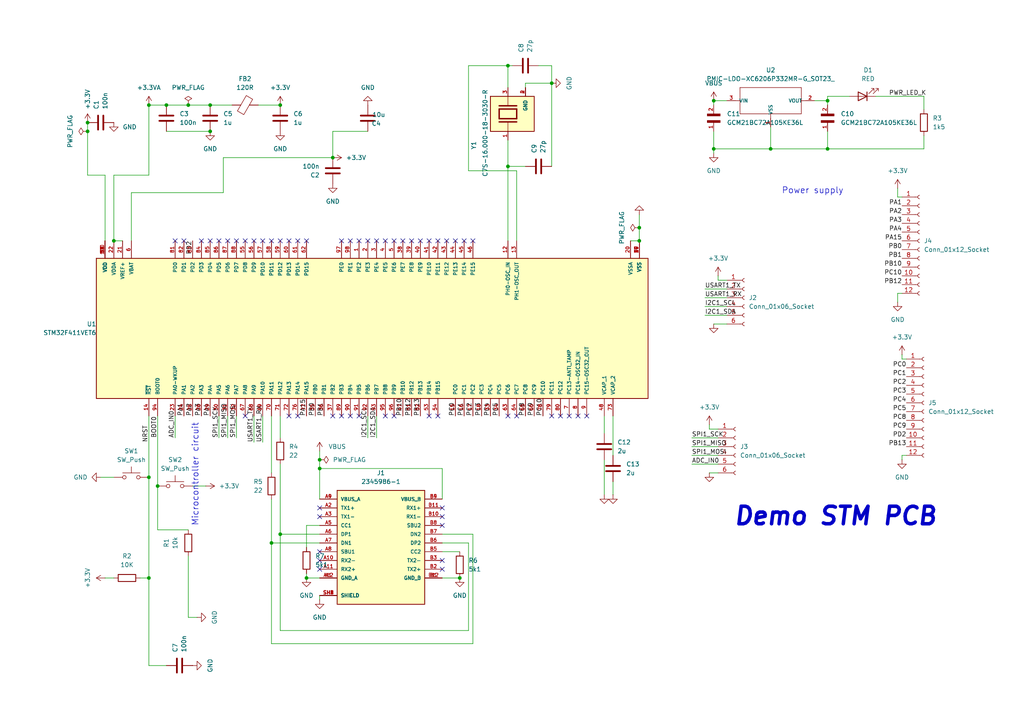
<source format=kicad_sch>
(kicad_sch (version 20250114) (generator "eeschema") (generator_version "9.0")
  (paper "A4")
  (title_block (title "Demo STM PCB") (date "2025-07-26") (rev "0.1"))
  (lib_symbols
    (symbol "2345986-1:2345986-1" (pin_names (offset 1.016))
      (property "Reference" "J" (at -12.7 16.002 0))
      (property "Value" "2345986-1" (at -12.7 -18.542 0))
      (symbol "2345986-1_0_0"
        (pin power_in line (at -17.78 12.7 0) (length 5.08) (name "VBUS_A") (number "A4"))
        (pin power_in line (at -17.78 12.7 0) (length 5.08) (name "VBUS_A") (number "A9"))
        (pin bidirectional line (at -17.78 10.16 0) (length 5.08) (name "TX1+") (number "A2"))
        (pin bidirectional line (at -17.78 7.62 0) (length 5.08) (name "TX1-") (number "A3"))
        (pin bidirectional line (at -17.78 5.08 0) (length 5.08) (name "CC1") (number "A5"))
        (pin bidirectional line (at -17.78 2.54 0) (length 5.08) (name "DP1") (number "A6"))
        (pin bidirectional line (at -17.78 0 0) (length 5.08) (name "DN1") (number "A7"))
        (pin bidirectional line (at -17.78 -2.54 0) (length 5.08) (name "SBU1") (number "A8"))
        (pin bidirectional line (at -17.78 -5.08 0) (length 5.08) (name "RX2-") (number "A10"))
        (pin bidirectional line (at -17.78 -7.62 0) (length 5.08) (name "RX2+") (number "A11"))
        (pin power_in line (at -17.78 -10.16 0) (length 5.08) (name "GND_A") (number "A1"))
        (pin power_in line (at -17.78 -10.16 0) (length 5.08) (name "GND_A") (number "A12"))
        (pin passive line (at -17.78 -15.24 0) (length 5.08) (name "SHIELD") (number "SH1"))
        (pin passive line (at -17.78 -15.24 0) (length 5.08) (name "SHIELD") (number "SH2"))
        (pin passive line (at -17.78 -15.24 0) (length 5.08) (name "SHIELD") (number "SH3"))
        (pin passive line (at -17.78 -15.24 0) (length 5.08) (name "SHIELD") (number "SH4"))
        (pin power_in line (at 17.78 12.7 180) (length 5.08) (name "VBUS_B") (number "B4"))
        (pin power_in line (at 17.78 12.7 180) (length 5.08) (name "VBUS_B") (number "B9"))
        (pin bidirectional line (at 17.78 10.16 180) (length 5.08) (name "RX1+") (number "B11"))
        (pin bidirectional line (at 17.78 7.62 180) (length 5.08) (name "RX1-") (number "B10"))
        (pin bidirectional line (at 17.78 5.08 180) (length 5.08) (name "SBU2") (number "B8"))
        (pin bidirectional line (at 17.78 2.54 180) (length 5.08) (name "DN2") (number "B7"))
        (pin bidirectional line (at 17.78 0 180) (length 5.08) (name "DP2") (number "B6"))
        (pin bidirectional line (at 17.78 -2.54 180) (length 5.08) (name "CC2") (number "B5"))
        (pin bidirectional line (at 17.78 -5.08 180) (length 5.08) (name "TX2-") (number "B3"))
        (pin bidirectional line (at 17.78 -7.62 180) (length 5.08) (name "TX2+") (number "B2"))
        (pin power_in line (at 17.78 -10.16 180) (length 5.08) (name "GND_B") (number "B1"))
        (pin power_in line (at 17.78 -10.16 180) (length 5.08) (name "GND_B") (number "B12"))
      )
    )
    (symbol "C7S-16.000-18-3030-R:C7S-16.000-18-3030-R" (pin_names (offset 1.016))
      (property "Reference" "Y" (at -5.0878 6.3559 0))
      (property "Value" "C7S-16.000-18-3030-R" (at -5.0944 -10.16 0))
      (symbol "C7S-16.000-18-3030-R_0_0"
        (pin passive line (at -7.62 0 0) (length 2.54) (name "~") (number "1"))
        (pin passive line (at 7.62 0 180) (length 2.54) (name "~") (number "3"))
        (pin power_in line (at 7.62 -5.08 180) (length 2.54) (name "GND") (number "2"))
        (pin power_in line (at 7.62 -5.08 180) (length 2.54) (name "GND") (number "4"))
      )
    )
    (symbol "Connector:Conn_01x06_Socket" (pin_names (offset 1.016) (hide yes))
      (property "Reference" "J" (at 0 7.62 0))
      (property "Value" "Conn_01x06_Socket" (at 0 -10.16 0))
      (symbol "Conn_01x06_Socket_1_1"
        (pin passive line (at -5.08 5.08 0) (length 3.81) (name "Pin_1") (number "1"))
        (pin passive line (at -5.08 2.54 0) (length 3.81) (name "Pin_2") (number "2"))
        (pin passive line (at -5.08 0 0) (length 3.81) (name "Pin_3") (number "3"))
        (pin passive line (at -5.08 -2.54 0) (length 3.81) (name "Pin_4") (number "4"))
        (pin passive line (at -5.08 -5.08 0) (length 3.81) (name "Pin_5") (number "5"))
        (pin passive line (at -5.08 -7.62 0) (length 3.81) (name "Pin_6") (number "6"))
      )
    )
    (symbol "Connector:Conn_01x12_Socket" (pin_names (offset 1.016) (hide yes))
      (property "Reference" "J" (at 0 15.24 0))
      (property "Value" "Conn_01x12_Socket" (at 0 -17.78 0))
      (symbol "Conn_01x12_Socket_1_1"
        (pin passive line (at -5.08 12.7 0) (length 3.81) (name "Pin_1") (number "1"))
        (pin passive line (at -5.08 10.16 0) (length 3.81) (name "Pin_2") (number "2"))
        (pin passive line (at -5.08 7.62 0) (length 3.81) (name "Pin_3") (number "3"))
        (pin passive line (at -5.08 5.08 0) (length 3.81) (name "Pin_4") (number "4"))
        (pin passive line (at -5.08 2.54 0) (length 3.81) (name "Pin_5") (number "5"))
        (pin passive line (at -5.08 0 0) (length 3.81) (name "Pin_6") (number "6"))
        (pin passive line (at -5.08 -2.54 0) (length 3.81) (name "Pin_7") (number "7"))
        (pin passive line (at -5.08 -5.08 0) (length 3.81) (name "Pin_8") (number "8"))
        (pin passive line (at -5.08 -7.62 0) (length 3.81) (name "Pin_9") (number "9"))
        (pin passive line (at -5.08 -10.16 0) (length 3.81) (name "Pin_10") (number "10"))
        (pin passive line (at -5.08 -12.7 0) (length 3.81) (name "Pin_11") (number "11"))
        (pin passive line (at -5.08 -15.24 0) (length 3.81) (name "Pin_12") (number "12"))
      )
    )
    (symbol "Device:C" (pin_numbers (hide yes)) (pin_names (offset 0.254))
      (property "Reference" "C" (at 0.635 2.54 0))
      (property "Value" "C" (at 0.635 -2.54 0))
      (symbol "C_1_1"
        (pin passive line (at 0 3.81 270) (length 2.794) (name "~") (number "1"))
        (pin passive line (at 0 -3.81 90) (length 2.794) (name "~") (number "2"))
      )
    )
    (symbol "Device:FerriteBead" (pin_numbers (hide yes)) (pin_names (offset 0))
      (property "Reference" "FB" (at -3.81 0.635 90))
      (property "Value" "FerriteBead" (at 3.81 0 90))
      (symbol "FerriteBead_1_1"
        (pin passive line (at 0 3.81 270) (length 2.54) (name "~") (number "1"))
        (pin passive line (at 0 -3.81 90) (length 2.54) (name "~") (number "2"))
      )
    )
    (symbol "Device:LED" (pin_numbers (hide yes)) (pin_names (offset 1.016) (hide yes))
      (property "Reference" "D" (at 0 2.54 0))
      (property "Value" "LED" (at 0 -2.54 0))
      (symbol "LED_1_1"
        (pin passive line (at -3.81 0 0) (length 2.54) (name "K") (number "1"))
        (pin passive line (at 3.81 0 180) (length 2.54) (name "A") (number "2"))
      )
    )
    (symbol "Device:R" (pin_numbers (hide yes)) (pin_names (offset 0))
      (property "Reference" "R" (at 2.032 0 90))
      (property "Value" "R" (at 0 0 90))
      (symbol "R_1_1"
        (pin passive line (at 0 3.81 270) (length 1.27) (name "~") (number "1"))
        (pin passive line (at 0 -3.81 90) (length 1.27) (name "~") (number "2"))
      )
    )
    (symbol "GCM21BC72A105KE36L:GCM21BC72A105KE36L" (pin_names (offset 1.016))
      (property "Reference" "C" (at 0 3.8109 0))
      (property "Value" "GCM21BC72A105KE36L" (at 0 -5.0885 0))
      (symbol "GCM21BC72A105KE36L_0_0"
        (pin passive line (at -2.54 0 0) (length 2.54) (name "~") (number "1"))
        (pin passive line (at 5.08 0 180) (length 2.54) (name "~") (number "2"))
      )
    )
    (symbol "PMIC-LDO-XC6206P332MR-G_SOT23_:PMIC-LDO-XC6206P332MR-G_SOT23_" (pin_names (offset 1.016))
      (property "Reference" "U" (at -8.8958 5.0833 0))
      (symbol "PMIC-LDO-XC6206P332MR-G_SOT23__0_0"
        (pin input line (at -12.7 0 0) (length 2.54) (name "VIN") (number "3"))
        (pin power_in line (at 0 -7.62 90) (length 2.54) (name "VSS") (number "1"))
        (pin output line (at 12.7 0 180) (length 2.54) (name "VOUT") (number "2"))
      )
    )
    (symbol "STM32F411VET6:STM32F411VET6" (pin_names (offset 1.016))
      (property "Reference" "U" (at -20.574 79.502 0))
      (property "Value" "STM32F411VET6" (at -20.3584 -83.9785 0))
      (symbol "STM32F411VET6_0_0"
        (pin input line (at -25.4 63.5 0) (length 5.08) (name "~{RST}") (number "14"))
        (pin input line (at -25.4 60.96 0) (length 5.08) (name "BOOT0") (number "94"))
        (pin bidirectional line (at -25.4 55.88 0) (length 5.08) (name "PA0-WKUP") (number "23"))
        (pin bidirectional line (at -25.4 53.34 0) (length 5.08) (name "PA1") (number "24"))
        (pin bidirectional line (at -25.4 50.8 0) (length 5.08) (name "PA2") (number "25"))
        (pin bidirectional line (at -25.4 48.26 0) (length 5.08) (name "PA3") (number "26"))
        (pin bidirectional line (at -25.4 45.72 0) (length 5.08) (name "PA4") (number "29"))
        (pin bidirectional line (at -25.4 43.18 0) (length 5.08) (name "PA5") (number "30"))
        (pin bidirectional line (at -25.4 40.64 0) (length 5.08) (name "PA6") (number "31"))
        (pin bidirectional line (at -25.4 38.1 0) (length 5.08) (name "PA7") (number "32"))
        (pin bidirectional line (at -25.4 35.56 0) (length 5.08) (name "PA8") (number "67"))
        (pin bidirectional line (at -25.4 33.02 0) (length 5.08) (name "PA9") (number "68"))
        (pin bidirectional line (at -25.4 30.48 0) (length 5.08) (name "PA10") (number "69"))
        (pin bidirectional line (at -25.4 27.94 0) (length 5.08) (name "PA11") (number "70"))
        (pin bidirectional line (at -25.4 25.4 0) (length 5.08) (name "PA12") (number "71"))
        (pin bidirectional line (at -25.4 22.86 0) (length 5.08) (name "PA13") (number "72"))
        (pin bidirectional line (at -25.4 20.32 0) (length 5.08) (name "PA14") (number "76"))
        (pin bidirectional line (at -25.4 17.78 0) (length 5.08) (name "PA15") (number "77"))
        (pin bidirectional line (at -25.4 15.24 0) (length 5.08) (name "PB0") (number "35"))
        (pin bidirectional line (at -25.4 12.7 0) (length 5.08) (name "PB1") (number "36"))
        (pin bidirectional line (at -25.4 10.16 0) (length 5.08) (name "PB2") (number "37"))
        (pin bidirectional line (at -25.4 7.62 0) (length 5.08) (name "PB3") (number "89"))
        (pin bidirectional line (at -25.4 5.08 0) (length 5.08) (name "PB4") (number "90"))
        (pin bidirectional line (at -25.4 2.54 0) (length 5.08) (name "PB5") (number "91"))
        (pin bidirectional line (at -25.4 0 0) (length 5.08) (name "PB6") (number "92"))
        (pin bidirectional line (at -25.4 -2.54 0) (length 5.08) (name "PB7") (number "93"))
        (pin bidirectional line (at -25.4 -5.08 0) (length 5.08) (name "PB8") (number "95"))
        (pin bidirectional line (at -25.4 -7.62 0) (length 5.08) (name "PB9") (number "96"))
        (pin bidirectional line (at -25.4 -10.16 0) (length 5.08) (name "PB10") (number "47"))
        (pin bidirectional line (at -25.4 -12.7 0) (length 5.08) (name "PB12") (number "51"))
        (pin bidirectional line (at -25.4 -15.24 0) (length 5.08) (name "PB13") (number "52"))
        (pin bidirectional line (at -25.4 -17.78 0) (length 5.08) (name "PB14") (number "53"))
        (pin bidirectional line (at -25.4 -20.32 0) (length 5.08) (name "PB15") (number "54"))
        (pin bidirectional line (at -25.4 -25.4 0) (length 5.08) (name "PC0") (number "15"))
        (pin bidirectional line (at -25.4 -27.94 0) (length 5.08) (name "PC1") (number "16"))
        (pin bidirectional line (at -25.4 -30.48 0) (length 5.08) (name "PC2") (number "17"))
        (pin bidirectional line (at -25.4 -33.02 0) (length 5.08) (name "PC3") (number "18"))
        (pin bidirectional line (at -25.4 -35.56 0) (length 5.08) (name "PC4") (number "33"))
        (pin bidirectional line (at -25.4 -38.1 0) (length 5.08) (name "PC5") (number "34"))
        (pin bidirectional line (at -25.4 -40.64 0) (length 5.08) (name "PC6") (number "63"))
        (pin bidirectional line (at -25.4 -43.18 0) (length 5.08) (name "PC7") (number "64"))
        (pin bidirectional line (at -25.4 -45.72 0) (length 5.08) (name "PC8") (number "65"))
        (pin bidirectional line (at -25.4 -48.26 0) (length 5.08) (name "PC9") (number "66"))
        (pin bidirectional line (at -25.4 -50.8 0) (length 5.08) (name "PC10") (number "78"))
        (pin bidirectional line (at -25.4 -53.34 0) (length 5.08) (name "PC11") (number "79"))
        (pin bidirectional line (at -25.4 -55.88 0) (length 5.08) (name "PC12") (number "80"))
        (pin bidirectional line (at -25.4 -58.42 0) (length 5.08) (name "PC13-ANTI_TAMP") (number "7"))
        (pin bidirectional line (at -25.4 -60.96 0) (length 5.08) (name "PC14-OSC32_IN") (number "8"))
        (pin bidirectional line (at -25.4 -63.5 0) (length 5.08) (name "PC15-OSC32_OUT") (number "9"))
        (pin passive line (at -25.4 -68.58 0) (length 5.08) (name "VCAP_1") (number "48"))
        (pin passive line (at -25.4 -71.12 0) (length 5.08) (name "VCAP_2") (number "73"))
        (pin power_in line (at 25.4 76.2 180) (length 5.08) (name "VDD") (number "100"))
        (pin power_in line (at 25.4 76.2 180) (length 5.08) (name "VDD") (number "11"))
        (pin power_in line (at 25.4 76.2 180) (length 5.08) (name "VDD") (number "19"))
        (pin power_in line (at 25.4 76.2 180) (length 5.08) (name "VDD") (number "28"))
        (pin power_in line (at 25.4 76.2 180) (length 5.08) (name "VDD") (number "50"))
        (pin power_in line (at 25.4 76.2 180) (length 5.08) (name "VDD") (number "75"))
        (pin power_in line (at 25.4 73.66 180) (length 5.08) (name "VDDA") (number "22"))
        (pin power_in line (at 25.4 71.12 180) (length 5.08) (name "VREF+") (number "21"))
        (pin power_in line (at 25.4 68.58 180) (length 5.08) (name "VBAT") (number "6"))
        (pin bidirectional line (at 25.4 55.88 180) (length 5.08) (name "PD0") (number "81"))
        (pin bidirectional line (at 25.4 53.34 180) (length 5.08) (name "PD1") (number "82"))
        (pin bidirectional line (at 25.4 50.8 180) (length 5.08) (name "PD2") (number "83"))
        (pin bidirectional line (at 25.4 48.26 180) (length 5.08) (name "PD3") (number "84"))
        (pin bidirectional line (at 25.4 45.72 180) (length 5.08) (name "PD4") (number "85"))
        (pin bidirectional line (at 25.4 43.18 180) (length 5.08) (name "PD5") (number "86"))
        (pin bidirectional line (at 25.4 40.64 180) (length 5.08) (name "PD6") (number "87"))
        (pin bidirectional line (at 25.4 38.1 180) (length 5.08) (name "PD7") (number "88"))
        (pin bidirectional line (at 25.4 35.56 180) (length 5.08) (name "PD8") (number "55"))
        (pin bidirectional line (at 25.4 33.02 180) (length 5.08) (name "PD9") (number "56"))
        (pin bidirectional line (at 25.4 30.48 180) (length 5.08) (name "PD10") (number "57"))
        (pin bidirectional line (at 25.4 27.94 180) (length 5.08) (name "PD11") (number "58"))
        (pin bidirectional line (at 25.4 25.4 180) (length 5.08) (name "PD12") (number "59"))
        (pin bidirectional line (at 25.4 22.86 180) (length 5.08) (name "PD13") (number "60"))
        (pin bidirectional line (at 25.4 20.32 180) (length 5.08) (name "PD14") (number "61"))
        (pin bidirectional line (at 25.4 17.78 180) (length 5.08) (name "PD15") (number "62"))
        (pin bidirectional line (at 25.4 7.62 180) (length 5.08) (name "PE0") (number "97"))
        (pin bidirectional line (at 25.4 5.08 180) (length 5.08) (name "PE1") (number "98"))
        (pin bidirectional line (at 25.4 2.54 180) (length 5.08) (name "PE2") (number "1"))
        (pin bidirectional line (at 25.4 0 180) (length 5.08) (name "PE3") (number "2"))
        (pin bidirectional line (at 25.4 -2.54 180) (length 5.08) (name "PE4") (number "3"))
        (pin bidirectional line (at 25.4 -5.08 180) (length 5.08) (name "PE5") (number "4"))
        (pin bidirectional line (at 25.4 -7.62 180) (length 5.08) (name "PE6") (number "5"))
        (pin bidirectional line (at 25.4 -10.16 180) (length 5.08) (name "PE7") (number "38"))
        (pin bidirectional line (at 25.4 -12.7 180) (length 5.08) (name "PE8") (number "39"))
        (pin bidirectional line (at 25.4 -15.24 180) (length 5.08) (name "PE9") (number "40"))
        (pin bidirectional line (at 25.4 -17.78 180) (length 5.08) (name "PE10") (number "41"))
        (pin bidirectional line (at 25.4 -20.32 180) (length 5.08) (name "PE11") (number "42"))
        (pin bidirectional line (at 25.4 -22.86 180) (length 5.08) (name "PE12") (number "43"))
        (pin bidirectional line (at 25.4 -25.4 180) (length 5.08) (name "PE13") (number "44"))
        (pin bidirectional line (at 25.4 -27.94 180) (length 5.08) (name "PE14") (number "45"))
        (pin bidirectional line (at 25.4 -30.48 180) (length 5.08) (name "PE15") (number "46"))
        (pin bidirectional line (at 25.4 -40.64 180) (length 5.08) (name "PH0-OSC_IN") (number "12"))
        (pin bidirectional line (at 25.4 -43.18 180) (length 5.08) (name "PH1-OSC_OUT") (number "13"))
        (pin power_in line (at 25.4 -76.2 180) (length 5.08) (name "VSSA") (number "20"))
        (pin power_in line (at 25.4 -78.74 180) (length 5.08) (name "VSS") (number "10"))
        (pin power_in line (at 25.4 -78.74 180) (length 5.08) (name "VSS") (number "27"))
        (pin power_in line (at 25.4 -78.74 180) (length 5.08) (name "VSS") (number "49"))
        (pin power_in line (at 25.4 -78.74 180) (length 5.08) (name "VSS") (number "74"))
        (pin power_in line (at 25.4 -78.74 180) (length 5.08) (name "VSS") (number "99"))
      )
    )
    (symbol "Switch:SW_Push" (pin_numbers (hide yes)) (pin_names (offset 1.016) (hide yes))
      (property "Reference" "SW" (at 1.27 2.54 0))
      (property "Value" "SW_Push" (at 0 -1.524 0))
      (symbol "SW_Push_0_1"
        (pin passive line (at -5.08 0 0) (length 2.54) (name "1") (number "1"))
        (pin passive line (at 5.08 0 180) (length 2.54) (name "2") (number "2"))
      )
    )
    (symbol "power:+3.3V" (power) (pin_numbers (hide yes)) (pin_names (offset 0) (hide yes))
      (property "Value" "+3.3V" (at 0 3.556 0))
      (symbol "+3.3V_1_1"
        (pin power_in line (at 0 0 90) (length 0) (name "~") (number "1"))
      )
    )
    (symbol "power:+3.3VA" (power) (pin_numbers (hide yes)) (pin_names (offset 0) (hide yes))
      (property "Value" "+3.3VA" (at 0 3.556 0))
      (symbol "+3.3VA_1_1"
        (pin power_in line (at 0 0 90) (length 0) (name "~") (number "1"))
      )
    )
    (symbol "power:GND" (power) (pin_numbers (hide yes)) (pin_names (offset 0) (hide yes))
      (property "Value" "GND" (at 0 -3.81 0))
      (symbol "GND_1_1"
        (pin power_in line (at 0 0 270) (length 0) (name "~") (number "1"))
      )
    )
    (symbol "power:PWR_FLAG" (power) (pin_numbers (hide yes)) (pin_names (offset 0) (hide yes))
      (property "Value" "PWR_FLAG" (at 0 3.81 0))
      (symbol "PWR_FLAG_0_0"
        (pin power_out line (at 0 0 90) (length 0) (name "~") (number "1"))
      )
    )
    (symbol "power:VBUS" (power) (pin_numbers (hide yes)) (pin_names (offset 0) (hide yes))
      (property "Value" "VBUS" (at 0 3.556 0))
      (symbol "VBUS_1_1"
        (pin power_in line (at 0 0 90) (length 0) (name "~") (number "1"))
      )
    )
  )
  (text "Power supply\n" (at 235.712 55.372 0) (effects (font (size 1.778 1.778))))
  (text "Microcontroller circuit" (at 56.642 137.668 90) (effects (font (size 1.778 1.778))))
  (text "Demo STM PCB" (at 242.316 149.86 0) (effects (font (size 5.08 5.08) (thickness 1.016) (bold yes) (italic yes))))
  (junction (at 25.4 38.1))
  (junction (at 48.26 30.48))
  (junction (at 33.02 69.85))
  (junction (at 223.52 43.18))
  (junction (at 147.32 48.26))
  (junction (at 92.71 133.35))
  (junction (at 160.02 24.13))
  (junction (at 60.96 30.48))
  (junction (at 147.32 19.05))
  (junction (at 240.03 29.21))
  (junction (at 54.61 30.48))
  (junction (at 25.4 35.56))
  (junction (at 96.52 45.72))
  (junction (at 43.18 138.43))
  (junction (at 43.18 30.48))
  (junction (at 43.18 167.64))
  (junction (at 185.42 66.04))
  (junction (at 45.72 140.97))
  (junction (at 81.28 154.94))
  (junction (at 133.35 167.64))
  (junction (at 240.03 43.18))
  (junction (at 92.71 135.89))
  (junction (at 185.42 69.85))
  (junction (at 60.96 38.1))
  (junction (at 207.01 43.18))
  (junction (at 81.28 30.48))
  (junction (at 78.74 157.48))
  (junction (at 88.9 167.64))
  (junction (at 207.01 29.21))
  (no_connect (at 106.68 69.85))
  (no_connect (at 68.58 69.85))
  (no_connect (at 78.74 69.85))
  (no_connect (at 76.2 69.85))
  (no_connect (at 104.14 69.85))
  (no_connect (at 111.76 69.85))
  (no_connect (at 128.27 165.1))
  (no_connect (at 92.71 149.86))
  (no_connect (at 92.71 160.02))
  (no_connect (at 109.22 69.85))
  (no_connect (at 53.34 69.85))
  (no_connect (at 111.76 120.65))
  (no_connect (at 99.06 120.65))
  (no_connect (at 60.96 69.85))
  (no_connect (at 101.6 69.85))
  (no_connect (at 162.56 120.65))
  (no_connect (at 127 69.85))
  (no_connect (at 137.16 69.85))
  (no_connect (at 92.71 147.32))
  (no_connect (at 149.86 120.65))
  (no_connect (at 83.82 120.65))
  (no_connect (at 124.46 69.85))
  (no_connect (at 132.08 69.85))
  (no_connect (at 86.36 69.85))
  (no_connect (at 73.66 69.85))
  (no_connect (at 83.82 69.85))
  (no_connect (at 128.27 152.4))
  (no_connect (at 165.1 120.65))
  (no_connect (at 99.06 69.85))
  (no_connect (at 160.02 120.65))
  (no_connect (at 167.64 120.65))
  (no_connect (at 128.27 162.56))
  (no_connect (at 124.46 120.65))
  (no_connect (at 170.18 120.65))
  (no_connect (at 129.54 69.85))
  (no_connect (at 127 120.65))
  (no_connect (at 134.62 69.85))
  (no_connect (at 66.04 69.85))
  (no_connect (at 81.28 69.85))
  (no_connect (at 50.8 69.85))
  (no_connect (at 128.27 149.86))
  (no_connect (at 88.9 69.85))
  (no_connect (at 96.52 120.65))
  (no_connect (at 128.27 147.32))
  (no_connect (at 92.71 165.1))
  (no_connect (at 104.14 120.65))
  (no_connect (at 114.3 69.85))
  (no_connect (at 119.38 69.85))
  (no_connect (at 114.3 120.65))
  (no_connect (at 121.92 69.85))
  (no_connect (at 101.6 120.65))
  (no_connect (at 58.42 69.85))
  (no_connect (at 71.12 69.85))
  (no_connect (at 86.36 120.65))
  (no_connect (at 71.12 120.65))
  (no_connect (at 63.5 69.85))
  (no_connect (at 147.32 120.65))
  (no_connect (at 92.71 162.56))
  (no_connect (at 116.84 69.85))
  (wire (pts (xy 223.52 36.83) (xy 223.52 43.18)))
  (wire (pts (xy 204.47 88.9) (xy 210.82 88.9)))
  (wire (pts (xy 60.96 30.48) (xy 67.31 30.48)))
  (wire (pts (xy 30.48 167.64) (xy 33.02 167.64)))
  (wire (pts (xy 207.01 38.1) (xy 207.01 43.18)))
  (wire (pts (xy 137.16 154.94) (xy 137.16 186.69)))
  (wire (pts (xy 135.89 19.05) (xy 147.32 19.05)))
  (wire (pts (xy 92.71 154.94) (xy 81.28 154.94)))
  (wire (pts (xy 147.32 48.26) (xy 152.4 48.26)))
  (wire (pts (xy 160.02 19.05) (xy 160.02 24.13)))
  (wire (pts (xy 48.26 30.48) (xy 54.61 30.48)))
  (wire (pts (xy 207.01 29.21) (xy 207.01 30.48)))
  (wire (pts (xy 236.22 29.21) (xy 240.03 29.21)))
  (wire (pts (xy 96.52 38.1) (xy 96.52 45.72)))
  (wire (pts (xy 88.9 166.37) (xy 88.9 167.64)))
  (wire (pts (xy 207.01 43.18) (xy 207.01 44.45)))
  (wire (pts (xy 33.02 69.85) (xy 35.56 69.85)))
  (wire (pts (xy 92.71 130.81) (xy 92.71 133.35)))
  (wire (pts (xy 147.32 69.85) (xy 147.32 48.26)))
  (wire (pts (xy 128.27 135.89) (xy 92.71 135.89)))
  (wire (pts (xy 92.71 152.4) (xy 88.9 152.4)))
  (wire (pts (xy 25.4 50.8) (xy 25.4 38.1)))
  (wire (pts (xy 109.22 120.65) (xy 109.22 127)))
  (wire (pts (xy 223.52 43.18) (xy 207.01 43.18)))
  (wire (pts (xy 43.18 167.64) (xy 43.18 138.43)))
  (wire (pts (xy 261.62 57.15) (xy 260.35 57.15)))
  (wire (pts (xy 210.82 29.21) (xy 207.01 29.21)))
  (wire (pts (xy 106.68 120.65) (xy 106.68 127)))
  (wire (pts (xy 78.74 120.65) (xy 78.74 137.16)))
  (wire (pts (xy 45.72 140.97) (xy 45.72 120.65)))
  (wire (pts (xy 54.61 30.48) (xy 60.96 30.48)))
  (wire (pts (xy 81.28 120.65) (xy 81.28 127)))
  (wire (pts (xy 92.71 133.35) (xy 92.71 135.89)))
  (wire (pts (xy 43.18 193.04) (xy 43.18 167.64)))
  (wire (pts (xy 261.62 132.08) (xy 261.62 133.35)))
  (wire (pts (xy 160.02 48.26) (xy 160.02 24.13)))
  (wire (pts (xy 33.02 50.8) (xy 33.02 69.85)))
  (wire (pts (xy 78.74 186.69) (xy 78.74 157.48)))
  (wire (pts (xy 205.74 137.16) (xy 208.28 137.16)))
  (wire (pts (xy 43.18 30.48) (xy 43.18 50.8)))
  (wire (pts (xy 185.42 66.04) (xy 185.42 62.23)))
  (wire (pts (xy 45.72 153.67) (xy 45.72 140.97)))
  (wire (pts (xy 254 27.94) (xy 267.97 27.94)))
  (wire (pts (xy 38.1 69.85) (xy 38.1 55.88)))
  (wire (pts (xy 48.26 38.1) (xy 60.96 38.1)))
  (wire (pts (xy 208.28 81.28) (xy 210.82 81.28)))
  (wire (pts (xy 240.03 29.21) (xy 240.03 30.48)))
  (wire (pts (xy 43.18 138.43) (xy 43.18 120.65)))
  (wire (pts (xy 54.61 161.29) (xy 54.61 179.07)))
  (wire (pts (xy 185.42 69.85) (xy 185.42 66.04)))
  (wire (pts (xy 267.97 43.18) (xy 240.03 43.18)))
  (wire (pts (xy 50.8 120.65) (xy 50.8 127)))
  (wire (pts (xy 205.74 124.46) (xy 208.28 124.46)))
  (wire (pts (xy 152.4 24.13) (xy 160.02 24.13)))
  (wire (pts (xy 43.18 30.48) (xy 48.26 30.48)))
  (wire (pts (xy 66.04 120.65) (xy 66.04 127)))
  (wire (pts (xy 208.28 80.01) (xy 208.28 81.28)))
  (wire (pts (xy 240.03 27.94) (xy 246.38 27.94)))
  (wire (pts (xy 147.32 25.4) (xy 147.32 19.05)))
  (wire (pts (xy 204.47 86.36) (xy 210.82 86.36)))
  (wire (pts (xy 177.8 120.65) (xy 177.8 132.08)))
  (wire (pts (xy 267.97 39.37) (xy 267.97 43.18)))
  (wire (pts (xy 205.74 123.19) (xy 205.74 124.46)))
  (wire (pts (xy 78.74 157.48) (xy 78.74 144.78)))
  (wire (pts (xy 149.86 49.53) (xy 135.89 49.53)))
  (wire (pts (xy 128.27 160.02) (xy 133.35 160.02)))
  (wire (pts (xy 207.01 93.98) (xy 210.82 93.98)))
  (wire (pts (xy 74.93 30.48) (xy 81.28 30.48)))
  (wire (pts (xy 240.03 27.94) (xy 240.03 29.21)))
  (wire (pts (xy 73.66 120.65) (xy 73.66 128.27)))
  (wire (pts (xy 267.97 27.94) (xy 267.97 31.75)))
  (wire (pts (xy 43.18 193.04) (xy 48.26 193.04)))
  (wire (pts (xy 204.47 91.44) (xy 210.82 91.44)))
  (wire (pts (xy 240.03 43.18) (xy 223.52 43.18)))
  (wire (pts (xy 152.4 25.4) (xy 152.4 24.13)))
  (wire (pts (xy 29.21 138.43) (xy 33.02 138.43)))
  (wire (pts (xy 182.88 69.85) (xy 185.42 69.85)))
  (wire (pts (xy 260.35 57.15) (xy 260.35 54.61)))
  (wire (pts (xy 88.9 167.64) (xy 92.71 167.64)))
  (wire (pts (xy 149.86 69.85) (xy 149.86 49.53)))
  (wire (pts (xy 128.27 167.64) (xy 133.35 167.64)))
  (wire (pts (xy 128.27 144.78) (xy 128.27 135.89)))
  (wire (pts (xy 68.58 120.65) (xy 68.58 127)))
  (wire (pts (xy 261.62 85.09) (xy 260.35 85.09)))
  (wire (pts (xy 45.72 153.67) (xy 54.61 153.67)))
  (wire (pts (xy 135.89 157.48) (xy 135.89 182.88)))
  (wire (pts (xy 200.66 129.54) (xy 208.28 129.54)))
  (wire (pts (xy 261.62 104.14) (xy 261.62 102.87)))
  (wire (pts (xy 200.66 134.62) (xy 208.28 134.62)))
  (wire (pts (xy 64.77 45.72) (xy 96.52 45.72)))
  (wire (pts (xy 81.28 134.62) (xy 81.28 154.94)))
  (wire (pts (xy 88.9 152.4) (xy 88.9 158.75)))
  (wire (pts (xy 64.77 55.88) (xy 64.77 45.72)))
  (wire (pts (xy 55.88 140.97) (xy 59.69 140.97)))
  (wire (pts (xy 262.89 104.14) (xy 261.62 104.14)))
  (wire (pts (xy 128.27 157.48) (xy 135.89 157.48)))
  (wire (pts (xy 175.26 133.35) (xy 175.26 143.51)))
  (wire (pts (xy 262.89 132.08) (xy 261.62 132.08)))
  (wire (pts (xy 240.03 38.1) (xy 240.03 43.18)))
  (wire (pts (xy 40.64 167.64) (xy 43.18 167.64)))
  (wire (pts (xy 76.2 120.65) (xy 76.2 128.27)))
  (wire (pts (xy 38.1 55.88) (xy 64.77 55.88)))
  (wire (pts (xy 63.5 120.65) (xy 63.5 127)))
  (wire (pts (xy 92.71 135.89) (xy 92.71 144.78)))
  (wire (pts (xy 204.47 83.82) (xy 210.82 83.82)))
  (wire (pts (xy 200.66 132.08) (xy 208.28 132.08)))
  (wire (pts (xy 200.66 127) (xy 208.28 127)))
  (wire (pts (xy 30.48 50.8) (xy 25.4 50.8)))
  (wire (pts (xy 81.28 182.88) (xy 135.89 182.88)))
  (wire (pts (xy 78.74 157.48) (xy 92.71 157.48)))
  (wire (pts (xy 147.32 48.26) (xy 147.32 40.64)))
  (wire (pts (xy 92.71 172.72) (xy 92.71 173.99)))
  (wire (pts (xy 43.18 50.8) (xy 33.02 50.8)))
  (wire (pts (xy 177.8 139.7) (xy 177.8 143.51)))
  (wire (pts (xy 25.4 38.1) (xy 25.4 35.56)))
  (wire (pts (xy 128.27 154.94) (xy 137.16 154.94)))
  (wire (pts (xy 30.48 50.8) (xy 30.48 69.85)))
  (wire (pts (xy 81.28 154.94) (xy 81.28 182.88)))
  (wire (pts (xy 260.35 85.09) (xy 260.35 87.63)))
  (wire (pts (xy 175.26 120.65) (xy 175.26 125.73)))
  (wire (pts (xy 57.15 179.07) (xy 54.61 179.07)))
  (wire (pts (xy 135.89 49.53) (xy 135.89 19.05)))
  (wire (pts (xy 106.68 38.1) (xy 96.52 38.1)))
  (wire (pts (xy 147.32 19.05) (xy 148.59 19.05)))
  (wire (pts (xy 137.16 186.69) (xy 78.74 186.69)))
  (wire (pts (xy 156.21 19.05) (xy 160.02 19.05)))
  (label "PWR_LED_K" (at 257.81 27.94 0))
  (label "I2C1_SCL" (at 204.47 88.9 0))
  (label "ADC_IN0" (at 200.66 134.62 0))
  (label "PD2" (at 262.89 127 180))
  (label "SPI1_MOSI" (at 68.58 127 90))
  (label "PB13" (at 121.92 120.65 90))
  (label "SPI1_SCK" (at 200.66 127 0))
  (label "PA1" (at 261.62 59.69 180))
  (label "SPI1_MOSI" (at 200.66 132.08 0))
  (label "PA2" (at 55.88 120.65 90))
  (label "SPI1_MISO" (at 66.04 127 90))
  (label "PB0" (at 91.44 120.65 90))
  (label "I2C1_SDA" (at 109.22 127 90))
  (label "PA15" (at 261.62 69.85 180))
  (label "PB12" (at 119.38 120.65 90))
  (label "PC5" (at 262.89 119.38 180))
  (label "USART1_TX" (at 204.47 83.82 0))
  (label "PC2" (at 137.16 120.65 90))
  (label "NRST" (at 43.18 128.27 90))
  (label "BOOT0" (at 45.72 127 90))
  (label "PC10" (at 261.62 80.01 180))
  (label "PA15" (at 88.9 120.65 90))
  (label "PA4" (at 60.96 120.65 90))
  (label "USART1_RX" (at 204.47 86.36 0))
  (label "PC9" (at 154.94 120.65 90))
  (label "PC2" (at 262.89 111.76 180))
  (label "PB0" (at 261.62 72.39 180))
  (label "PC5" (at 144.78 120.65 90))
  (label "USART1_RX" (at 76.2 128.27 90))
  (label "PA1" (at 53.34 120.65 90))
  (label "PD2" (at 55.88 69.85 270))
  (label "PC1" (at 262.89 109.22 180))
  (label "PC4" (at 142.24 120.65 90))
  (label "USART1_TX" (at 73.66 128.27 90))
  (label "PA3" (at 261.62 64.77 180))
  (label "SPI1_MISO" (at 200.66 129.54 0))
  (label "PB1" (at 261.62 74.93 180))
  (label "PC9" (at 262.89 124.46 180))
  (label "PB10" (at 116.84 120.65 90))
  (label "PC0" (at 132.08 120.65 90))
  (label "I2C1_SDA" (at 204.47 91.44 0))
  (label "PC3" (at 262.89 114.3 180))
  (label "PA3" (at 58.42 120.65 90))
  (label "ADC_IN0" (at 50.8 127 90))
  (label "PB12" (at 261.62 82.55 180))
  (label "PA4" (at 261.62 67.31 180))
  (label "PC4" (at 262.89 116.84 180))
  (label "I2C1_SCL" (at 106.68 127 90))
  (label "PB1" (at 93.98 120.65 90))
  (label "PC1" (at 134.62 120.65 90))
  (label "PC0" (at 262.89 106.68 180))
  (label "SPI1_SCK" (at 63.5 127 90))
  (label "PA2" (at 261.62 62.23 180))
  (label "PB13" (at 262.89 129.54 180))
  (label "PC3" (at 139.7 120.65 90))
  (label "PB10" (at 261.62 77.47 180))
  (label "PC10" (at 157.48 120.65 90))
  (label "PC8" (at 262.89 121.92 180))
  (label "PC8" (at 152.4 120.65 90))
  (symbol (lib_id "Device:R") (at 78.74 140.97 0) (mirror y) (unit 1)
    (property "Reference" "R5" (at 76.2 139.6999 0) (effects (justify left)))
    (property "Value" "22" (at 76.2 142.2399 0) (effects (justify left)))
    (property "Footprint" "Resistor_SMD:R_0603_1608Metric" (effects (hide yes)))
    (property "Description" "Resistor" (effects (hide yes)))
  )
  (symbol (lib_id "power:+3.3VA") (at 43.18 30.48 0) (unit 1)
    (property "Reference" "#PWR08" (effects (hide yes)))
    (property "Value" "+3.3VA" (at 43.18 25.4 0))
    (property "Description" "Power symbol creates a global label with name \"+3.3VA\"" (effects (hide yes)))
  )
  (symbol (lib_id "Device:C") (at 152.4 19.05 90) (unit 1)
    (property "Reference" "C8" (at 151.1299 15.24 0) (effects (justify left)))
    (property "Value" "27p" (at 153.6699 15.24 0) (effects (justify left)))
    (property "Footprint" "Capacitor_SMD:C_0402_1005Metric" (effects (hide yes)))
    (property "Description" "Unpolarized capacitor" (effects (hide yes)))
  )
  (symbol (lib_id "power:VBUS") (at 92.71 130.81 0) (unit 1)
    (property "Reference" "#PWR016" (effects (hide yes)))
    (property "Value" "VBUS" (at 95.25 129.5399 0) (effects (justify left)))
    (property "Description" "Power symbol creates a global label with name \"VBUS\"" (effects (hide yes)))
  )
  (symbol (lib_id "GCM21BC72A105KE36L:GCM21BC72A105KE36L") (at 240.03 35.56 90) (unit 1)
    (property "Reference" "C10" (at 243.84 33.0199 90) (effects (justify right)))
    (property "Value" "GCM21BC72A105KE36L" (at 243.84 35.5599 90) (effects (justify right)))
    (property "Footprint" "GCM21BC72A105KE36L:CAPC2012X145N" (effects (hide yes)))
    (property "MF" "Murata" (effects (hide yes)))
    (property "Description_1" "SMD Capacitor X7S(EIA) with Capacitance: 1.0uF Tol. 10%. Rated Voltage: 100Vdc" (effects (hide yes)))
    (property "Package" "2012 Murata" (effects (hide yes)))
    (property "Price" "None" (effects (hide yes)))
    (property "SnapEDA_Link" "https://www.snapeda.com/parts/GCM21BC72A105KE36L/Murata/view-part/?ref=snap" (effects (hide yes)))
    (property "MP" "GCM21BC72A105KE36L" (effects (hide yes)))
    (property "Availability" "In Stock" (effects (hide yes)))
    (property "Check_prices" "https://www.snapeda.com/parts/GCM21BC72A105KE36L/Murata/view-part/?ref=eda" (effects (hide yes)))
  )
  (symbol (lib_id "GCM21BC72A105KE36L:GCM21BC72A105KE36L") (at 207.01 35.56 90) (unit 1)
    (property "Reference" "C11" (at 210.82 33.0199 90) (effects (justify right)))
    (property "Value" "GCM21BC72A105KE36L" (at 210.82 35.5599 90) (effects (justify right)))
    (property "Footprint" "GCM21BC72A105KE36L:CAPC2012X145N" (effects (hide yes)))
    (property "MF" "Murata" (effects (hide yes)))
    (property "Description_1" "SMD Capacitor X7S(EIA) with Capacitance: 1.0uF Tol. 10%. Rated Voltage: 100Vdc" (effects (hide yes)))
    (property "Package" "2012 Murata" (effects (hide yes)))
    (property "Price" "None" (effects (hide yes)))
    (property "SnapEDA_Link" "https://www.snapeda.com/parts/GCM21BC72A105KE36L/Murata/view-part/?ref=snap" (effects (hide yes)))
    (property "MP" "GCM21BC72A105KE36L" (effects (hide yes)))
    (property "Availability" "In Stock" (effects (hide yes)))
    (property "Check_prices" "https://www.snapeda.com/parts/GCM21BC72A105KE36L/Murata/view-part/?ref=eda" (effects (hide yes)))
  )
  (symbol (lib_id "power:+3.3V") (at 208.28 80.01 0) (unit 1)
    (property "Reference" "#PWR015" (effects (hide yes)))
    (property "Value" "+3.3V" (at 208.28 74.93 0))
    (property "Description" "Power symbol creates a global label with name \"+3.3V\"" (effects (hide yes)))
  )
  (symbol (lib_id "Connector:Conn_01x12_Socket") (at 267.97 116.84 0) (unit 1)
    (property "Reference" "J5" (at 269.24 116.8399 0) (effects (justify left)))
    (property "Value" "Conn_01x12_Socket" (at 269.24 119.3799 0) (effects (justify left)))
    (property "Footprint" "Connector_PinSocket_2.54mm:PinSocket_1x12_P2.54mm_Vertical" (effects (hide yes)))
    (property "Description" "Generic connector, single row, 01x12, script generated" (effects (hide yes)))
  )
  (symbol (lib_id "power:PWR_FLAG") (at 54.61 30.48 0) (unit 1)
    (property "Reference" "#FLG01" (effects (hide yes)))
    (property "Value" "PWR_FLAG" (at 54.61 25.4 0))
    (property "Description" "Special symbol for telling ERC where power comes from" (effects (hide yes)))
  )
  (symbol (lib_id "STM32F411VET6:STM32F411VET6") (at 106.68 95.25 90) (unit 1)
    (property "Reference" "U1" (at 27.94 93.9799 90) (effects (justify left)))
    (property "Value" "STM32F411VET6" (at 27.94 96.5199 90) (effects (justify left)))
    (property "Footprint" "STM32F411VET6:QFP50P1600X1600X160-100N" (effects (hide yes)))
    (property "MF" "STMicroelectronics" (effects (hide yes)))
    (property "Description_1" "ARM® Cortex®-M4 STM32F4 Microcontroller IC 32-Bit Single-Core 100MHz 512KB (512K x 8) FLASH 100-LQFP (14x14)" (effects (hide yes)))
    (property "Package" "LQFP-100 STMicroelectronics" (effects (hide yes)))
    (property "Price" "None" (effects (hide yes)))
    (property "Check_prices" "https://www.snapeda.com/parts/STM32F411VET6/STMicroelectronics/view-part/?ref=eda" (effects (hide yes)))
    (property "STANDARD" "IPC 7351B" (effects (hide yes)))
    (property "PARTREV" "7" (effects (hide yes)))
    (property "SnapEDA_Link" "https://www.snapeda.com/parts/STM32F411VET6/STMicroelectronics/view-part/?ref=snap" (effects (hide yes)))
    (property "MP" "STM32F411VET6" (effects (hide yes)))
    (property "Availability" "In Stock" (effects (hide yes)))
    (property "MANUFACTURER" "ST MICROELECTRONICS" (effects (hide yes)))
  )
  (symbol (lib_id "power:GND") (at 185.42 62.23 180) (unit 1)
    (property "Reference" "#PWR01" (effects (hide yes)))
    (property "Value" "GND" (effects (hide yes)))
    (property "Description" "Power symbol creates a global label with name \"GND\" , ground" (effects (hide yes)))
  )
  (symbol (lib_id "power:GND") (at 33.02 35.56 0) (unit 1)
    (property "Reference" "#PWR04" (effects (hide yes)))
    (property "Value" "GND" (at 35.56 36.8299 0) (effects (justify left)))
    (property "Description" "Power symbol creates a global label with name \"GND\" , ground" (effects (hide yes)))
  )
  (symbol (lib_id "power:GND") (at 261.62 133.35 0) (unit 1)
    (property "Reference" "#PWR030" (effects (hide yes)))
    (property "Value" "GND" (at 261.62 138.43 0))
    (property "Description" "Power symbol creates a global label with name \"GND\" , ground" (effects (hide yes)))
  )
  (symbol (lib_id "power:GND") (at 29.21 138.43 270) (unit 1)
    (property "Reference" "#PWR031" (effects (hide yes)))
    (property "Value" "GND" (at 25.4 138.4299 90) (effects (justify right)))
    (property "Description" "Power symbol creates a global label with name \"GND\" , ground" (effects (hide yes)))
  )
  (symbol (lib_id "power:GND") (at 96.52 53.34 0) (unit 1)
    (property "Reference" "#PWR05" (effects (hide yes)))
    (property "Value" "GND" (at 96.52 58.42 0))
    (property "Description" "Power symbol creates a global label with name \"GND\" , ground" (effects (hide yes)))
  )
  (symbol (lib_id "C7S-16.000-18-3030-R:C7S-16.000-18-3030-R") (at 147.32 33.02 90) (unit 1)
    (property "Reference" "Y1" (at 137.414 42.164 0))
    (property "Value" "C7S-16.000-18-3030-R" (at 140.716 38.608 0))
    (property "Footprint" "C7S-16.000-18-3030-R:XTAL_C7S-16.000-18-3030-R" (effects (hide yes)))
    (property "MF" "Aker Technology USA" (effects (hide yes)))
    (property "MAXIMUM_PACKAGE_HEIGHT" "1.1 mm" (effects (hide yes)))
    (property "Package" "SMD-4 AKER" (effects (hide yes)))
    (property "Price" "None" (effects (hide yes)))
    (property "Check_prices" "https://www.snapeda.com/parts/C7S-16.000-18-3030-R/Aker/view-part/?ref=eda" (effects (hide yes)))
    (property "STANDARD" "Manufacturer Recommendations" (effects (hide yes)))
    (property "PARTREV" "N/A" (effects (hide yes)))
    (property "SnapEDA_Link" "https://www.snapeda.com/parts/C7S-16.000-18-3030-R/Aker/view-part/?ref=snap" (effects (hide yes)))
    (property "MP" "C7S-16.000-18-3030-R" (effects (hide yes)))
    (property "Description_1" "16 MHz ±30ppm Crystal 18pF 30 Ohms 4-SMD, No Lead" (effects (hide yes)))
    (property "Availability" "In Stock" (effects (hide yes)))
    (property "MANUFACTURER" "AKER TECHNOLOGY USA" (effects (hide yes)))
  )
  (symbol (lib_id "power:+3.3V") (at 81.28 30.48 0) (unit 1)
    (property "Reference" "#PWR011" (effects (hide yes)))
    (property "Value" "+3.3V" (at 81.28 25.4 0))
    (property "Description" "Power symbol creates a global label with name \"+3.3V\"" (effects (hide yes)))
  )
  (symbol (lib_id "power:GND") (at 160.02 24.13 90) (unit 1)
    (property "Reference" "#PWR014" (effects (hide yes)))
    (property "Value" "GND" (at 165.1 24.13 0))
    (property "Description" "Power symbol creates a global label with name \"GND\" , ground" (effects (hide yes)))
  )
  (symbol (lib_id "power:PWR_FLAG") (at 185.42 66.04 90) (unit 1)
    (property "Reference" "#FLG02" (effects (hide yes)))
    (property "Value" "PWR_FLAG" (at 180.34 66.04 0))
    (property "Description" "Special symbol for telling ERC where power comes from" (effects (hide yes)))
  )
  (symbol (lib_id "Device:R") (at 267.97 35.56 0) (unit 1)
    (property "Reference" "R3" (at 270.51 34.2899 0) (effects (justify left)))
    (property "Value" "1k5" (at 270.51 36.8299 0) (effects (justify left)))
    (property "Footprint" "Resistor_SMD:R_0603_1608Metric" (effects (hide yes)))
    (property "Description" "Resistor" (effects (hide yes)))
  )
  (symbol (lib_id "Device:R") (at 133.35 163.83 0) (unit 1)
    (property "Reference" "R6" (at 135.89 162.5599 0) (effects (justify left)))
    (property "Value" "5k1" (at 135.89 165.0999 0) (effects (justify left)))
    (property "Footprint" "Resistor_SMD:R_0603_1608Metric" (effects (hide yes)))
    (property "Description" "Resistor" (effects (hide yes)))
  )
  (symbol (lib_id "power:GND") (at 175.26 143.51 0) (unit 1)
    (property "Reference" "#PWR026" (effects (hide yes)))
    (property "Value" "GND" (effects (hide yes)))
    (property "Description" "Power symbol creates a global label with name \"GND\" , ground" (effects (hide yes)))
  )
  (symbol (lib_id "power:GND") (at 207.01 93.98 0) (unit 1)
    (property "Reference" "#PWR023" (effects (hide yes)))
    (property "Value" "GND" (effects (hide yes)))
    (property "Description" "Power symbol creates a global label with name \"GND\" , ground" (effects (hide yes)))
  )
  (symbol (lib_id "Device:C") (at 52.07 193.04 270) (unit 1)
    (property "Reference" "C7" (at 50.7999 189.23 0) (effects (justify right)))
    (property "Value" "100n" (at 53.3399 189.23 0) (effects (justify right)))
    (property "Footprint" "Capacitor_SMD:C_0603_1608Metric" (effects (hide yes)))
    (property "Description" "Unpolarized capacitor" (effects (hide yes)))
  )
  (symbol (lib_id "Switch:SW_Push") (at 50.8 140.97 0) (unit 1)
    (property "Reference" "SW2" (at 50.8 133.35 0))
    (property "Value" "SW_Push" (at 50.8 135.89 0))
    (property "Footprint" "Button_Switch_THT:SW_PUSH_6mm_H9.5mm" (effects (hide yes)))
    (property "Description" "Push button switch, generic, two pins" (effects (hide yes)))
  )
  (symbol (lib_id "Connector:Conn_01x12_Socket") (at 266.7 69.85 0) (unit 1)
    (property "Reference" "J4" (at 267.97 69.8499 0) (effects (justify left)))
    (property "Value" "Conn_01x12_Socket" (at 267.97 72.3899 0) (effects (justify left)))
    (property "Footprint" "Connector_PinSocket_2.54mm:PinSocket_1x12_P2.54mm_Vertical" (effects (hide yes)))
    (property "Description" "Generic connector, single row, 01x12, script generated" (effects (hide yes)))
  )
  (symbol (lib_id "Device:C") (at 177.8 135.89 0) (unit 1)
    (property "Reference" "C13" (at 181.61 134.6199 0) (effects (justify left)))
    (property "Value" "2u" (at 181.61 137.1599 0) (effects (justify left)))
    (property "Footprint" "Capacitor_SMD:C_0603_1608Metric" (effects (hide yes)))
    (property "Description" "Unpolarized capacitor" (effects (hide yes)))
  )
  (symbol (lib_id "power:+3.3V") (at 96.52 45.72 270) (unit 1)
    (property "Reference" "#PWR03" (effects (hide yes)))
    (property "Value" "+3.3V" (at 100.33 45.7201 90) (effects (justify left)))
    (property "Description" "Power symbol creates a global label with name \"+3.3V\"" (effects (hide yes)))
  )
  (symbol (lib_id "power:+3.3V") (at 30.48 167.64 90) (unit 1)
    (property "Reference" "#PWR012" (effects (hide yes)))
    (property "Value" "+3.3V" (at 25.4 167.64 0))
    (property "Description" "Power symbol creates a global label with name \"+3.3V\"" (effects (hide yes)))
  )
  (symbol (lib_id "power:GND") (at 177.8 143.51 0) (unit 1)
    (property "Reference" "#PWR025" (effects (hide yes)))
    (property "Value" "GND" (effects (hide yes)))
    (property "Description" "Power symbol creates a global label with name \"GND\" , ground" (effects (hide yes)))
  )
  (symbol (lib_id "Device:C") (at 106.68 34.29 180) (unit 1)
    (property "Reference" "C4" (at 110.49 35.814 0) (effects (justify left)))
    (property "Value" "10u" (at 111.76 33.274 0) (effects (justify left)))
    (property "Footprint" "Capacitor_SMD:C_0805_2012Metric" (effects (hide yes)))
    (property "Description" "Unpolarized capacitor" (effects (hide yes)))
  )
  (symbol (lib_id "Connector:Conn_01x06_Socket") (at 213.36 129.54 0) (unit 1)
    (property "Reference" "J3" (at 214.63 129.5399 0) (effects (justify left)))
    (property "Value" "Conn_01x06_Socket" (at 214.63 132.0799 0) (effects (justify left)))
    (property "Footprint" "Connector_PinSocket_2.54mm:PinSocket_1x06_P2.54mm_Vertical" (effects (hide yes)))
    (property "Description" "Generic connector, single row, 01x06, script generated" (effects (hide yes)))
  )
  (symbol (lib_id "power:VBUS") (at 207.01 29.21 0) (unit 1)
    (property "Reference" "#PWR021" (effects (hide yes)))
    (property "Value" "VBUS" (at 207.01 24.13 0))
    (property "Description" "Power symbol creates a global label with name \"VBUS\"" (effects (hide yes)))
  )
  (symbol (lib_id "Device:R") (at 81.28 130.81 0) (unit 1)
    (property "Reference" "R4" (at 83.82 129.5399 0) (effects (justify left)))
    (property "Value" "22" (at 83.82 132.0799 0) (effects (justify left)))
    (property "Footprint" "Resistor_SMD:R_0603_1608Metric" (effects (hide yes)))
    (property "Description" "Resistor" (effects (hide yes)))
  )
  (symbol (lib_id "Device:C") (at 96.52 49.53 180) (unit 1)
    (property "Reference" "C2" (at 92.71 50.8001 0) (effects (justify left)))
    (property "Value" "100n" (at 92.71 48.2601 0) (effects (justify left)))
    (property "Footprint" "Capacitor_SMD:C_0603_1608Metric" (effects (hide yes)))
    (property "Description" "Unpolarized capacitor" (effects (hide yes)))
  )
  (symbol (lib_id "Device:R") (at 54.61 157.48 180) (unit 1)
    (property "Reference" "R1" (at 48.26 157.48 90))
    (property "Value" "10k" (at 50.8 157.48 90))
    (property "Footprint" "Resistor_SMD:R_0603_1608Metric" (effects (hide yes)))
    (property "Description" "Resistor" (effects (hide yes)))
  )
  (symbol (lib_id "power:PWR_FLAG") (at 92.71 133.35 270) (unit 1)
    (property "Reference" "#FLG03" (effects (hide yes)))
    (property "Value" "PWR_FLAG" (at 96.52 133.3499 90) (effects (justify left)))
    (property "Description" "Special symbol for telling ERC where power comes from" (effects (hide yes)))
  )
  (symbol (lib_id "power:GND") (at 205.74 137.16 0) (unit 1)
    (property "Reference" "#PWR024" (effects (hide yes)))
    (property "Value" "GND" (effects (hide yes)))
    (property "Description" "Power symbol creates a global label with name \"GND\" , ground" (effects (hide yes)))
  )
  (symbol (lib_id "power:GND") (at 207.01 44.45 0) (unit 1)
    (property "Reference" "#PWR020" (effects (hide yes)))
    (property "Value" "GND" (at 207.01 49.53 0))
    (property "Description" "Power symbol creates a global label with name \"GND\" , ground" (effects (hide yes)))
  )
  (symbol (lib_id "Device:C") (at 48.26 34.29 180) (unit 1)
    (property "Reference" "C3" (at 52.07 33.0199 0) (effects (justify right)))
    (property "Value" "100n" (at 52.07 35.5599 0) (effects (justify right)))
    (property "Footprint" "Capacitor_SMD:C_0603_1608Metric" (effects (hide yes)))
    (property "Description" "Unpolarized capacitor" (effects (hide yes)))
  )
  (symbol (lib_id "Device:C") (at 175.26 129.54 0) (unit 1)
    (property "Reference" "C12" (at 179.07 128.2699 0) (effects (justify left)))
    (property "Value" "2u" (at 179.07 130.8099 0) (effects (justify left)))
    (property "Footprint" "Capacitor_SMD:C_0603_1608Metric" (effects (hide yes)))
    (property "Description" "Unpolarized capacitor" (effects (hide yes)))
  )
  (symbol (lib_id "power:GND") (at 55.88 193.04 90) (unit 1)
    (property "Reference" "#PWR07" (effects (hide yes)))
    (property "Value" "GND" (at 60.96 193.04 0))
    (property "Description" "Power symbol creates a global label with name \"GND\" , ground" (effects (hide yes)))
  )
  (symbol (lib_id "Device:R") (at 36.83 167.64 90) (unit 1)
    (property "Reference" "R2" (at 36.83 161.29 90))
    (property "Value" "10K" (at 36.83 163.83 90))
    (property "Footprint" "Resistor_SMD:R_0603_1608Metric" (effects (hide yes)))
    (property "Description" "Resistor" (effects (hide yes)))
  )
  (symbol (lib_id "power:GND") (at 88.9 167.64 0) (unit 1)
    (property "Reference" "#PWR018" (effects (hide yes)))
    (property "Value" "GND" (at 88.9 172.72 0))
    (property "Description" "Power symbol creates a global label with name \"GND\" , ground" (effects (hide yes)))
  )
  (symbol (lib_id "power:+3.3V") (at 205.74 123.19 0) (unit 1)
    (property "Reference" "#PWR017" (effects (hide yes)))
    (property "Value" "+3.3V" (at 205.74 118.11 0))
    (property "Description" "Power symbol creates a global label with name \"+3.3V\"" (effects (hide yes)))
  )
  (symbol (lib_id "Device:C") (at 29.21 35.56 270) (unit 1)
    (property "Reference" "C1" (at 27.9399 31.75 0) (effects (justify right)))
    (property "Value" "100n" (at 30.4799 31.75 0) (effects (justify right)))
    (property "Footprint" "Capacitor_SMD:C_0603_1608Metric" (effects (hide yes)))
    (property "Description" "Unpolarized capacitor" (effects (hide yes)))
  )
  (symbol (lib_id "power:+3.3V") (at 260.35 54.61 0) (unit 1)
    (property "Reference" "#PWR027" (effects (hide yes)))
    (property "Value" "+3.3V" (at 260.35 49.53 0))
    (property "Description" "Power symbol creates a global label with name \"+3.3V\"" (effects (hide yes)))
  )
  (symbol (lib_id "2345986-1:2345986-1") (at 110.49 157.48 0) (unit 1)
    (property "Reference" "J1" (at 110.49 137.16 0))
    (property "Value" "2345986-1" (at 110.49 139.7 0))
    (property "Footprint" "2345986-1:TE_2345986-1" (effects (hide yes)))
    (property "MF" "TE Connectivity" (effects (hide yes)))
    (property "MAXIMUM_PACKAGE_HEIGHT" "3.16mm" (effects (hide yes)))
    (property "Package" "None" (effects (hide yes)))
    (property "Price" "None" (effects (hide yes)))
    (property "Check_prices" "https://www.snapeda.com/parts/2345986-1/TE+Connectivity/view-part/?ref=eda" (effects (hide yes)))
    (property "STANDARD" "Manufacturer Recommendations" (effects (hide yes)))
    (property "PARTREV" "C" (effects (hide yes)))
    (property "SnapEDA_Link" "https://www.snapeda.com/parts/2345986-1/TE+Connectivity/view-part/?ref=snap" (effects (hide yes)))
    (property "MP" "2345986-1" (effects (hide yes)))
    (property "Description_1" "USB TYPE C 3.1 TOP MOUNT DUAL SMT 1.63CH" (effects (hide yes)))
    (property "Availability" "In Stock" (effects (hide yes)))
    (property "MANUFACTURER" "TE Connectivity" (effects (hide yes)))
  )
  (symbol (lib_id "power:GND") (at 106.68 30.48 180) (unit 1)
    (property "Reference" "#PWR06" (effects (hide yes)))
    (property "Value" "GND" (at 106.68 25.4 0))
    (property "Description" "Power symbol creates a global label with name \"GND\" , ground" (effects (hide yes)))
  )
  (symbol (lib_id "power:GND") (at 92.71 173.99 0) (unit 1)
    (property "Reference" "#PWR022" (effects (hide yes)))
    (property "Value" "GND" (at 92.71 179.07 0))
    (property "Description" "Power symbol creates a global label with name \"GND\" , ground" (effects (hide yes)))
  )
  (symbol (lib_id "Device:C") (at 60.96 34.29 180) (unit 1)
    (property "Reference" "C5" (at 64.77 33.0199 0) (effects (justify right)))
    (property "Value" "1u" (at 64.77 35.5599 0) (effects (justify right)))
    (property "Footprint" "Capacitor_SMD:C_0603_1608Metric" (effects (hide yes)))
    (property "Description" "Unpolarized capacitor" (effects (hide yes)))
  )
  (symbol (lib_id "Device:FerriteBead") (at 71.12 30.48 90) (unit 1)
    (property "Reference" "FB2" (at 71.0692 22.86 90))
    (property "Value" "120R" (at 71.0692 25.4 90))
    (property "Footprint" "Inductor_SMD:L_0603_1608Metric" (effects (hide yes)))
    (property "Description" "Ferrite bead" (effects (hide yes)))
  )
  (symbol (lib_id "power:+3.3V") (at 25.4 35.56 0) (unit 1)
    (property "Reference" "#PWR02" (effects (hide yes)))
    (property "Value" "+3.3V" (at 25.3999 31.75 90) (effects (justify left)))
    (property "Description" "Power symbol creates a global label with name \"+3.3V\"" (effects (hide yes)))
  )
  (symbol (lib_id "power:+3.3V") (at 261.62 102.87 0) (unit 1)
    (property "Reference" "#PWR028" (effects (hide yes)))
    (property "Value" "+3.3V" (at 261.62 97.79 0))
    (property "Description" "Power symbol creates a global label with name \"+3.3V\"" (effects (hide yes)))
  )
  (symbol (lib_id "Device:R") (at 88.9 162.56 0) (unit 1)
    (property "Reference" "R7" (at 91.44 161.2899 0) (effects (justify left)))
    (property "Value" "5k1" (at 91.44 163.8299 0) (effects (justify left)))
    (property "Footprint" "Resistor_SMD:R_0603_1608Metric" (effects (hide yes)))
    (property "Description" "Resistor" (effects (hide yes)))
  )
  (symbol (lib_id "Device:C") (at 81.28 34.29 180) (unit 1)
    (property "Reference" "C6" (at 85.09 33.0199 0) (effects (justify right)))
    (property "Value" "1u" (at 85.09 35.5599 0) (effects (justify right)))
    (property "Footprint" "Capacitor_SMD:C_0603_1608Metric" (effects (hide yes)))
    (property "Description" "Unpolarized capacitor" (effects (hide yes)))
  )
  (symbol (lib_id "power:GND") (at 60.96 38.1 0) (unit 1)
    (property "Reference" "#PWR09" (effects (hide yes)))
    (property "Value" "GND" (at 60.96 43.18 0))
    (property "Description" "Power symbol creates a global label with name \"GND\" , ground" (effects (hide yes)))
  )
  (symbol (lib_id "power:GND") (at 133.35 167.64 0) (unit 1)
    (property "Reference" "#PWR019" (effects (hide yes)))
    (property "Value" "GND" (at 133.35 172.72 0))
    (property "Description" "Power symbol creates a global label with name \"GND\" , ground" (effects (hide yes)))
  )
  (symbol (lib_id "Connector:Conn_01x06_Socket") (at 215.9 86.36 0) (unit 1)
    (property "Reference" "J2" (at 217.17 86.3599 0) (effects (justify left)))
    (property "Value" "Conn_01x06_Socket" (at 217.17 88.8999 0) (effects (justify left)))
    (property "Footprint" "Connector_PinSocket_2.54mm:PinSocket_1x06_P2.54mm_Vertical" (effects (hide yes)))
    (property "Description" "Generic connector, single row, 01x06, script generated" (effects (hide yes)))
  )
  (symbol (lib_id "PMIC-LDO-XC6206P332MR-G_SOT23_:PMIC-LDO-XC6206P332MR-G_SOT23_") (at 223.52 29.21 0) (unit 1)
    (property "Reference" "U2" (at 223.52 20.32 0))
    (property "Value" "PMIC-LDO-XC6206P332MR-G_SOT23_" (at 223.52 22.86 0))
    (property "Footprint" "PMIC-LDO-XC6206P332MR-G_SOT23_:SOT-23" (effects (hide yes)))
    (property "MF" "Torex" (effects (hide yes)))
    (property "Description_1" "Linear Voltage Regulator IC Positive Fixed 1 Output  200mA SOT-23" (effects (hide yes)))
    (property "Package" "SOT-23-3 Torex" (effects (hide yes)))
    (property "MPN" "XC6206P332MR-G" (effects (hide yes)))
    (property "Price" "None" (effects (hide yes)))
    (property "VALUE" "XC6206P332MR-G-SOT23" (effects (hide yes)))
    (property "SnapEDA_Link" "https://www.snapeda.com/parts/XC6206P332MR-G/Torex/view-part/?ref=snap" (effects (hide yes)))
    (property "MP" "XC6206P332MR-G" (effects (hide yes)))
    (property "Availability" "In Stock" (effects (hide yes)))
    (property "Check_prices" "https://www.snapeda.com/parts/XC6206P332MR-G/Torex/view-part/?ref=eda" (effects (hide yes)))
  )
  (symbol (lib_id "power:GND") (at 57.15 179.07 90) (unit 1)
    (property "Reference" "#PWR013" (effects (hide yes)))
    (property "Value" "GND" (at 62.23 179.07 0))
    (property "Description" "Power symbol creates a global label with name \"GND\" , ground" (effects (hide yes)))
  )
  (symbol (lib_id "power:GND") (at 260.35 87.63 0) (unit 1)
    (property "Reference" "#PWR029" (effects (hide yes)))
    (property "Value" "GND" (at 260.35 92.71 0))
    (property "Description" "Power symbol creates a global label with name \"GND\" , ground" (effects (hide yes)))
  )
  (symbol (lib_id "power:PWR_FLAG") (at 25.4 38.1 90) (unit 1)
    (property "Reference" "#FLG04" (effects (hide yes)))
    (property "Value" "PWR_FLAG" (at 20.32 38.1 0))
    (property "Description" "Special symbol for telling ERC where power comes from" (effects (hide yes)))
  )
  (symbol (lib_id "Device:LED") (at 250.19 27.94 180) (unit 1)
    (property "Reference" "D1" (at 251.7775 20.32 0))
    (property "Value" "RED" (at 251.7775 22.86 0))
    (property "Footprint" "LED_SMD:LED_0603_1608Metric" (effects (hide yes)))
    (property "Description" "Light emitting diode" (effects (hide yes)))
    (property "Sim.Pins" "1=K 2=A" (effects (hide yes)))
  )
  (symbol (lib_id "Device:C") (at 156.21 48.26 90) (unit 1)
    (property "Reference" "C9" (at 154.9399 44.45 0) (effects (justify left)))
    (property "Value" "27p" (at 157.4799 44.45 0) (effects (justify left)))
    (property "Footprint" "Capacitor_SMD:C_0402_1005Metric" (effects (hide yes)))
    (property "Description" "Unpolarized capacitor" (effects (hide yes)))
  )
  (symbol (lib_id "Switch:SW_Push") (at 38.1 138.43 0) (unit 1)
    (property "Reference" "SW1" (at 38.1 130.81 0))
    (property "Value" "SW_Push" (at 38.1 133.35 0))
    (property "Footprint" "Button_Switch_THT:SW_PUSH_6mm_H9.5mm" (effects (hide yes)))
    (property "Description" "Push button switch, generic, two pins" (effects (hide yes)))
  )
  (symbol (lib_id "power:+3.3V") (at 59.69 140.97 270) (unit 1)
    (property "Reference" "#PWR032" (effects (hide yes)))
    (property "Value" "+3.3V" (at 63.5 140.9699 90) (effects (justify left)))
    (property "Description" "Power symbol creates a global label with name \"+3.3V\"" (effects (hide yes)))
  )
  (symbol (lib_id "power:GND") (at 81.28 38.1 0) (unit 1)
    (property "Reference" "#PWR010" (effects (hide yes)))
    (property "Value" "GND" (at 81.28 43.18 0))
    (property "Description" "Power symbol creates a global label with name \"GND\" , ground" (effects (hide yes)))
  )
)
</source>
